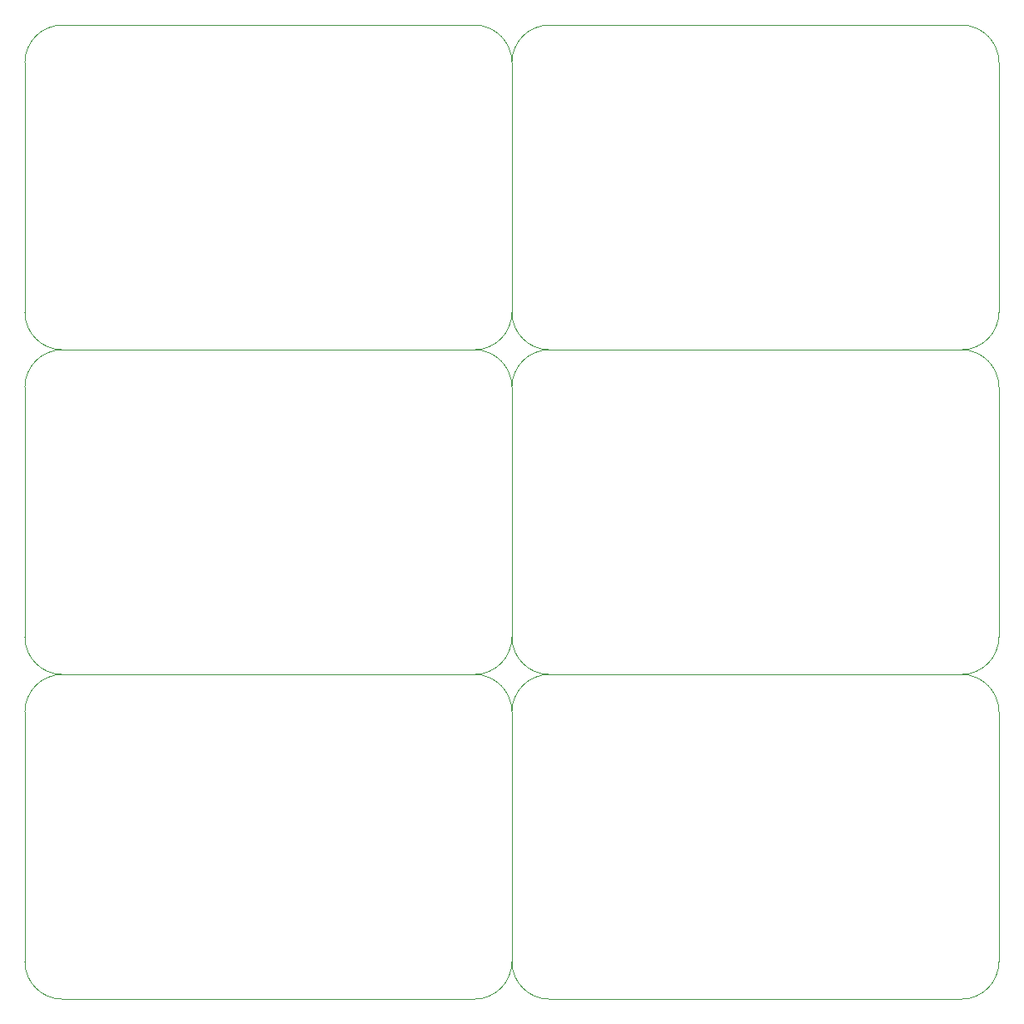
<source format=gbr>
G04 #@! TF.GenerationSoftware,KiCad,Pcbnew,5.0.1*
G04 #@! TF.CreationDate,2019-02-08T19:01:01+01:00*
G04 #@! TF.ProjectId,wasserschaden_smd,7761737365727363686164656E5F736D,rev?*
G04 #@! TF.SameCoordinates,Original*
G04 #@! TF.FileFunction,Profile,NP*
%FSLAX46Y46*%
G04 Gerber Fmt 4.6, Leading zero omitted, Abs format (unit mm)*
G04 Created by KiCad (PCBNEW 5.0.1) date Fr 08 Feb 2019 19:01:01 CET*
%MOMM*%
%LPD*%
G01*
G04 APERTURE LIST*
%ADD10C,0.100000*%
G04 APERTURE END LIST*
D10*
X121920000Y-105410000D02*
X163830000Y-105410000D01*
X163830000Y-105410000D02*
G75*
G02X167640000Y-109220000I0J-3810000D01*
G01*
X167640000Y-134620000D02*
G75*
G02X163830000Y-138430000I-3810000J0D01*
G01*
X72390000Y-138430000D02*
G75*
G02X68580000Y-134620000I0J3810000D01*
G01*
X163830000Y-138430000D02*
X121920000Y-138430000D01*
X118110000Y-109220000D02*
X118110000Y-134620000D01*
X167640000Y-109220000D02*
X167640000Y-134620000D01*
X72390000Y-105410000D02*
X114300000Y-105410000D01*
X114300000Y-105410000D02*
G75*
G02X118110000Y-109220000I0J-3810000D01*
G01*
X114300000Y-138430000D02*
X72390000Y-138430000D01*
X118110000Y-109220000D02*
G75*
G02X121920000Y-105410000I3810000J0D01*
G01*
X68580000Y-109220000D02*
G75*
G02X72390000Y-105410000I3810000J0D01*
G01*
X121920000Y-138430000D02*
G75*
G02X118110000Y-134620000I0J3810000D01*
G01*
X118110000Y-134620000D02*
G75*
G02X114300000Y-138430000I-3810000J0D01*
G01*
X118110000Y-109220000D02*
X118110000Y-134620000D01*
X68580000Y-109220000D02*
X68580000Y-134620000D01*
X72390000Y-105410000D02*
G75*
G02X68580000Y-101600000I0J3810000D01*
G01*
X167640000Y-101600000D02*
G75*
G02X163830000Y-105410000I-3810000J0D01*
G01*
X114300000Y-105410000D02*
X72390000Y-105410000D01*
X118110000Y-101600000D02*
G75*
G02X114300000Y-105410000I-3810000J0D01*
G01*
X118110000Y-76200000D02*
G75*
G02X121920000Y-72390000I3810000J0D01*
G01*
X72390000Y-72390000D02*
X114300000Y-72390000D01*
X121920000Y-105410000D02*
G75*
G02X118110000Y-101600000I0J3810000D01*
G01*
X68580000Y-76200000D02*
G75*
G02X72390000Y-72390000I3810000J0D01*
G01*
X114300000Y-72390000D02*
G75*
G02X118110000Y-76200000I0J-3810000D01*
G01*
X163830000Y-72390000D02*
G75*
G02X167640000Y-76200000I0J-3810000D01*
G01*
X118110000Y-76200000D02*
X118110000Y-101600000D01*
X68580000Y-76200000D02*
X68580000Y-101600000D01*
X121920000Y-72390000D02*
X163830000Y-72390000D01*
X167640000Y-76200000D02*
X167640000Y-101600000D01*
X118110000Y-76200000D02*
X118110000Y-101600000D01*
X163830000Y-105410000D02*
X121920000Y-105410000D01*
X118110000Y-68580000D02*
G75*
G02X114300000Y-72390000I-3810000J0D01*
G01*
X68580000Y-43180000D02*
G75*
G02X72390000Y-39370000I3810000J0D01*
G01*
X72390000Y-72390000D02*
G75*
G02X68580000Y-68580000I0J3810000D01*
G01*
X114300000Y-39370000D02*
G75*
G02X118110000Y-43180000I0J-3810000D01*
G01*
X72390000Y-39370000D02*
X114300000Y-39370000D01*
X118110000Y-43180000D02*
X118110000Y-68580000D01*
X68580000Y-43180000D02*
X68580000Y-68580000D01*
X114300000Y-72390000D02*
X72390000Y-72390000D01*
X163830000Y-72390000D02*
X121920000Y-72390000D01*
X121920000Y-39370000D02*
X163830000Y-39370000D01*
X118110000Y-43180000D02*
X118110000Y-68580000D01*
X167640000Y-43180000D02*
X167640000Y-68580000D01*
X121920000Y-72390000D02*
G75*
G02X118110000Y-68580000I0J3810000D01*
G01*
X167640000Y-68580000D02*
G75*
G02X163830000Y-72390000I-3810000J0D01*
G01*
X163830000Y-39370000D02*
G75*
G02X167640000Y-43180000I0J-3810000D01*
G01*
X118110000Y-43180000D02*
G75*
G02X121920000Y-39370000I3810000J0D01*
G01*
M02*

</source>
